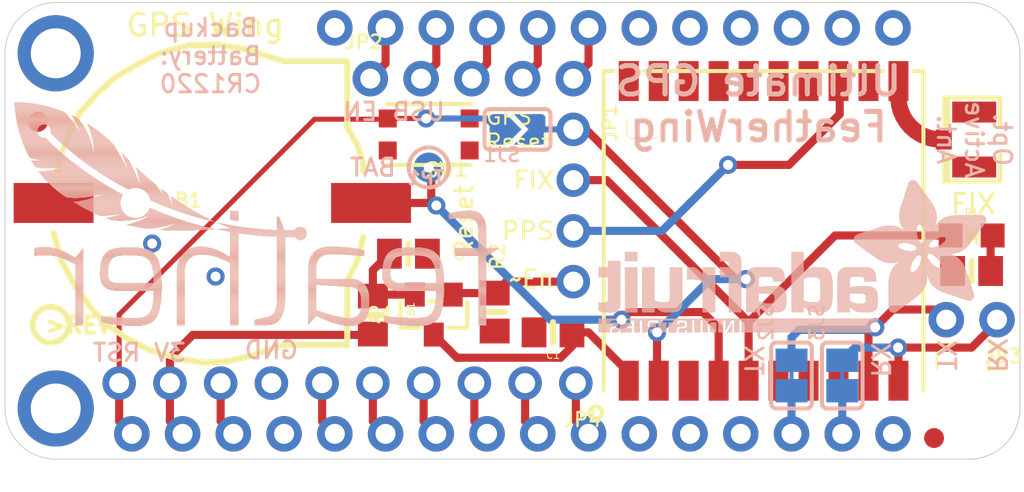
<source format=kicad_pcb>
(kicad_pcb (version 20211014) (generator pcbnew)
  (layers (0 "F.Cu" signal) (31 "B.Cu" signal) (34 "B.Paste" user) (35 "F.Paste" user) (36 "B.SilkS" user "B.Silkscreen") (37 "F.SilkS" user "F.Silkscreen") (38 "B.Mask" user) (39 "F.Mask" user) (44 "Edge.Cuts" user))
  (net 0 "")
  (net 1 "FIX")
  (net 2 "N$2")
  (net 3 "GND")
  (net 4 "3.3V")
  (net 5 "VBACKUP")
  (net 6 "TX")
  (net 7 "RX")
  (net 8 "N$4")
  (net 9 "1PPS")
  (net 10 "3V")
  (net 11 "N$1")
  (net 12 "N$3")
  (net 13 "N$5")
  (net 14 "N$6")
  (net 15 "N$7")
  (net 16 "N$8")
  (net 17 "N$9")
  (net 18 "N$10")
  (net 19 "N$11")
  (net 20 "GRESET")
  (net 21 "N$12")
  (net 22 "N$13")
  (net 23 "N$14")
  (net 24 "USB")
  (net 25 "N$15")
  (net 26 "ENABLE")
  (net 27 "N$16")
  (net 28 "N$17")
  (footprint "boardEagle:CR1220-2" (layer "F.Cu") (at 133.1341 103.6066)
    (fp_text reference "B1" (at -1.602 -0.14) (layer "F.SilkS") (effects (font (size 0.692831 0.692831) (thickness 0.119969)) (justify left)))
    (fp_text value "CR1220")
    (pad "" np_thru_hole circle (at 3.95 0) (size 1.5 1.5) (drill 1.5) (layers *.Cu *.Mask))
    (pad "" np_thru_hole circle (at -3.5 0) (size 1.5 1.5) (drill 1.5) (layers *.Cu *.Mask))
    (pad "+" smd rect (at 8.29 0) (size 4 2) (layers "F.Cu" "F.Paste" "F.Mask") (net 5 "VBACKUP"))
    (pad "-" smd rect (at -7.6 0) (size 4 2) (layers "F.Cu" "F.Paste" "F.Mask") (net 3 "GND"))
  )
  (footprint "boardEagle:1X02_ROUND" (layer "F.Cu") (at 171.4881 109.4486 180)
    (fp_text reference "JP3" (at -2.6162 -1.8288) (layer "F.SilkS") (effects (font (size 0.692831 0.692831) (thickness 0.119969)) (justify right)))
    (fp_text value "")
    (pad "1" thru_hole circle (at -1.27 0 270) (size 1.778 1.778) (drill 1) (layers *.Cu *.Mask) (net 7 "RX"))
    (pad "2" thru_hole circle (at 1.27 0 270) (size 1.778 1.778) (drill 1) (layers *.Cu *.Mask) (net 6 "TX"))
  )
  (footprint "boardEagle:FIDUCIAL_1MM" (layer "F.Cu") (at 124.7521 99.5426)
    (fp_text reference "FID1" hide)
    (fp_text value "FIDUCIAL\"\"" hide)
    (pad "1" smd roundrect (at 0 0) (size 1 1) (layers "F.Cu" "F.Mask") (roundrect_rratio 0.5))
  )
  (footprint "boardEagle:FIDUCIAL_1MM" (layer "F.Cu") (at 169.6061 115.3726)
    (fp_text reference "FID2" hide)
    (fp_text value "FIDUCIAL\"\"" hide)
    (pad "1" smd roundrect (at 0 0) (size 1 1) (layers "F.Cu" "F.Mask") (roundrect_rratio 0.5))
  )
  (footprint "boardEagle:1X04_ROUND" (layer "F.Cu") (at 151.5491 103.7336 -90)
    (fp_text reference "JP1" (at -5.1562 -1.8288 90) (layer "F.SilkS") (effects (font (size 0.692831 0.692831) (thickness 0.119969)) (justify right)))
    (fp_text value "")
    (pad "1" thru_hole circle (at -3.81 0) (size 1.6764 1.6764) (drill 1) (layers *.Cu *.Mask) (net 20 "GRESET"))
    (pad "2" thru_hole circle (at -1.27 0) (size 1.6764 1.6764) (drill 1) (layers *.Cu *.Mask) (net 1 "FIX"))
    (pad "3" thru_hole circle (at 1.27 0) (size 1.6764 1.6764) (drill 1) (layers *.Cu *.Mask) (net 9 "1PPS"))
    (pad "4" thru_hole circle (at 3.81 0) (size 1.6764 1.6764) (drill 1) (layers *.Cu *.Mask) (net 26 "ENABLE"))
  )
  (footprint "boardEagle:PCBFEAT-REV-040" (layer "F.Cu") (at 125.3871 109.7026)
    (fp_text reference "U$9" hide)
    (fp_text value "" hide)
    (fp_text user ">REV" (at -0.3556 0.508) (layer "F.SilkS") (effects (font (size 0.8128 0.8128) (thickness 0.2032)) (justify left bottom)))
  )
  (footprint "boardEagle:CHIPLED_0805_NOOUTLINE" (layer "F.Cu") (at 171.4881 105.2336 -90)
    (fp_text reference "LED1" hide)
    (fp_text value "RED")
    (pad "A" smd rect (at 0 1.05 270) (size 1.2 1.2) (layers "F.Cu" "F.Paste" "F.Mask") (net 1 "FIX"))
    (pad "C" smd rect (at 0 -1.05 270) (size 1.2 1.2) (layers "F.Cu" "F.Paste" "F.Mask") (net 2 "N$2"))
  )
  (footprint "boardEagle:0805-NO" (layer "F.Cu") (at 141.5161 109.2186 90)
    (fp_text reference "FB1" (at -0.381 1.905 90) (layer "F.SilkS") (effects (font (size 0.35308 0.35308) (thickness 0.05332)) (justify left)))
    (fp_text value "Ferrite")
    (pad "1" smd rect (at -0.95 0 90) (size 1.24 1.5) (layers "F.Cu" "F.Paste" "F.Mask") (net 10 "3V"))
    (pad "2" smd rect (at 0.95 0 90) (size 1.24 1.5) (layers "F.Cu" "F.Paste" "F.Mask") (net 4 "3.3V"))
  )
  (footprint "boardEagle:FEATHERWING" (layer "F.Cu") (at 123.1011 116.4336)
    (fp_text reference "MS1" hide)
    (fp_text value "FEATHERWING" hide)
    (fp_line (start 2.54 0) (end 48.26 0) (layer "Edge.Cuts") (width 0.05))
    (fp_line (start 48.26 -22.86) (end 2.54 -22.86) (layer "Edge.Cuts") (width 0.05))
    (fp_line (start 0 -20.32) (end 0 -2.54) (layer "Edge.Cuts") (width 0.05))
    (fp_line (start 50.8 -2.54) (end 50.8 -20.32) (layer "Edge.Cuts") (width 0.05))
    (fp_arc (start 50.8 -2.54) (mid 50.056051 -0.743949) (end 48.26 0) (layer "Edge.Cuts") (width 0.05))
    (fp_arc (start 2.54 0) (mid 0.743949 -0.743949) (end 0 -2.54) (layer "Edge.Cuts") (width 0.05))
    (fp_arc (start 0 -20.32) (mid 0.743949 -22.116051) (end 2.54 -22.86) (layer "Edge.Cuts") (width 0.05))
    (fp_arc (start 48.26 -22.86) (mid 50.056051 -22.116051) (end 50.8 -20.32) (layer "Edge.Cuts") (width 0.05))
    (pad "" np_thru_hole circle (at 48.26 -20.32) (size 2.54 2.54) (drill 2.54) (layers *.Cu *.Mask))
    (pad "" np_thru_hole circle (at 48.26 -2.54) (size 2.54 2.54) (drill 2.54) (layers *.Cu *.Mask))
    (pad "1" thru_hole circle (at 6.35 -1.27) (size 1.778 1.778) (drill 1) (layers *.Cu *.Mask) (net 21 "N$12"))
    (pad "2" thru_hole circle (at 8.89 -1.27) (size 1.778 1.778) (drill 1) (layers *.Cu *.Mask) (net 10 "3V"))
    (pad "3" thru_hole circle (at 11.43 -1.27) (size 1.778 1.778) (drill 1) (layers *.Cu *.Mask) (net 22 "N$13"))
    (pad "4" thru_hole circle (at 13.97 -1.27) (size 1.778 1.778) (drill 1) (layers *.Cu *.Mask) (net 3 "GND"))
    (pad "5" thru_hole circle (at 16.51 -1.27) (size 1.778 1.778) (drill 1) (layers *.Cu *.Mask) (net 19 "N$11"))
    (pad "6" thru_hole circle (at 19.05 -1.27) (size 1.778 1.778) (drill 1) (layers *.Cu *.Mask) (net 18 "N$10"))
    (pad "7" thru_hole circle (at 21.59 -1.27) (size 1.778 1.778) (drill 1) (layers *.Cu *.Mask) (net 17 "N$9"))
    (pad "8" thru_hole circle (at 24.13 -1.27) (size 1.778 1.778) (drill 1) (layers *.Cu *.Mask) (net 16 "N$8"))
    (pad "9" thru_hole circle (at 26.67 -1.27) (size 1.778 1.778) (drill 1) (layers *.Cu *.Mask) (net 15 "N$7"))
    (pad "10" thru_hole circle (at 29.21 -1.27) (size 1.778 1.778) (drill 1) (layers *.Cu *.Mask) (net 14 "N$6"))
    (pad "11" thru_hole circle (at 31.75 -1.27) (size 1.778 1.778) (drill 1) (layers *.Cu *.Mask))
    (pad "12" thru_hole circle (at 34.29 -1.27) (size 1.778 1.778) (drill 1) (layers *.Cu *.Mask))
    (pad "13" thru_hole circle (at 36.83 -1.27) (size 1.778 1.778) (drill 1) (layers *.Cu *.Mask))
    (pad "14" thru_hole circle (at 39.37 -1.27) (size 1.778 1.778) (drill 1) (layers *.Cu *.Mask) (net 27 "N$16"))
    (pad "15" thru_hole circle (at 41.91 -1.27) (size 1.778 1.778) (drill 1) (layers *.Cu *.Mask) (net 28 "N$17"))
    (pad "16" thru_hole circle (at 44.45 -1.27) (size 1.778 1.778) (drill 1) (layers *.Cu *.Mask))
    (pad "17" thru_hole circle (at 44.45 -21.59) (size 1.778 1.778) (drill 1) (layers *.Cu *.Mask))
    (pad "18" thru_hole circle (at 41.91 -21.59) (size 1.778 1.778) (drill 1) (layers *.Cu *.Mask))
    (pad "19" thru_hole circle (at 39.37 -21.59) (size 1.778 1.778) (drill 1) (layers *.Cu *.Mask))
    (pad "20" thru_hole circle (at 36.83 -21.59) (size 1.778 1.778) (drill 1) (layers *.Cu *.Mask))
    (pad "21" thru_hole circle (at 34.29 -21.59) (size 1.778 1.778) (drill 1) (layers *.Cu *.Mask))
    (pad "22" thru_hole circle (at 31.75 -21.59) (size 1.778 1.778) (drill 1) (layers *.Cu *.Mask))
    (pad "23" thru_hole circle (at 29.21 -21.59) (size 1.778 1.778) (drill 1) (layers *.Cu *.Mask) (net 13 "N$5"))
    (pad "24" thru_hole circle (at 26.67 -21.59) (size 1.778 1.778) (drill 1) (layers *.Cu *.Mask) (net 12 "N$3"))
    (pad "25" thru_hole circle (at 24.13 -21.59) (size 1.778 1.778) (drill 1) (layers *.Cu *.Mask) (net 11 "N$1"))
    (pad "26" thru_hole circle (at 21.59 -21.59) (size 1.778 1.778) (drill 1) (layers *.Cu *.Mask) (net 24 "USB"))
    (pad "27" thru_hole circle (at 19.05 -21.59) (size 1.778 1.778) (drill 1) (layers *.Cu *.Mask) (net 23 "N$14"))
    (pad "28" thru_hole circle (at 16.51 -21.59) (size 1.778 1.778) (drill 1) (layers *.Cu *.Mask))
    (pad "P$1" thru_hole circle (at 2.54 -20.32) (size 3.81 3.81) (drill 2.5) (layers *.Cu *.Mask))
    (pad "P$2" thru_hole circle (at 2.54 -2.54) (size 3.81 3.81) (drill 2.5) (layers *.Cu *.Mask))
  )
  (footprint "boardEagle:0805-NO" (layer "F.Cu") (at 171.4881 107.0116)
    (fp_text reference "R1" (at -0.381 -2.921) (layer "F.SilkS") (effects (font (size 0.35308 0.35308) (thickness 0.05332)) (justify left)))
    (fp_text value "470 ohm")
    (pad "1" smd rect (at -0.95 0) (size 1.24 1.5) (layers "F.Cu" "F.Paste" "F.Mask") (net 3 "GND"))
    (pad "2" smd rect (at 0.95 0) (size 1.24 1.5) (layers "F.Cu" "F.Paste" "F.Mask") (net 2 "N$2"))
  )
  (footprint "boardEagle:0805-NO" (layer "F.Cu") (at 147.6121 109.0676 90)
    (fp_text reference "R2" (at 2.032 0.127 90) (layer "F.SilkS") (effects (font (size 0.692831 0.692831) (thickness 0.119969)) (justify left)))
    (fp_text value "100K")
    (pad "1" smd rect (at -0.95 0 90) (size 1.24 1.5) (layers "F.Cu" "F.Paste" "F.Mask") (net 3 "GND"))
    (pad "2" smd rect (at 0.95 0 90) (size 1.24 1.5) (layers "F.Cu" "F.Paste" "F.Mask") (net 26 "ENABLE"))
  )
  (footprint "boardEagle:U.FL" (layer "F.Cu") (at 171.6151 100.4316 180)
    (fp_text reference "X1" hide)
    (fp_text value "uFL" hide)
    (pad "1" smd rect (at 0 -1.375 180) (size 2.2 1.05) (layers "F.Cu" "F.Paste" "F.Mask") (net 3 "GND"))
    (pad "2" smd rect (at 0 1.375 180) (size 2.2 1.05) (layers "F.Cu" "F.Paste" "F.Mask") (net 3 "GND"))
    (pad "3" smd rect (at 1.525 0 180) (size 0.8 1) (layers "F.Cu" "F.Paste" "F.Mask") (net 8 "N$4"))
  )
  (footprint "boardEagle:0805-NO" (layer "F.Cu") (at 143.2941 106.1466)
    (fp_text reference "C2" (at 2.564 0.405 90) (layer "F.SilkS") (effects (font (size 0.35308 0.35308) (thickness 0.05332)) (justify left)))
    (fp_text value "10uF")
    (pad "1" smd rect (at -0.95 0) (size 1.24 1.5) (layers "F.Cu" "F.Paste" "F.Mask") (net 4 "3.3V"))
    (pad "2" smd rect (at 0.95 0) (size 1.24 1.5) (layers "F.Cu" "F.Paste" "F.Mask") (net 3 "GND"))
  )
  (footprint "boardEagle:FGPMMOPA6H" (layer "F.Cu") (at 161.0741 105.0036 90)
    (fp_text reference "U1" (at 5.071 -7.111) (layer "F.SilkS") (effects (font (size 0.96268 0.96268) (thickness 0.05332)) (justify left)))
    (fp_text value "FGPMMOPA6H")
    (pad "" np_thru_hole circle (at 0.5 -0.85 90) (size 3 3) (drill 3) (layers *.Cu *.Mask))
    (pad "P$1" smd rect (at -7.5 -6.75 90) (size 2 1) (layers "F.Cu" "F.Paste" "F.Mask") (net 25 "N$15"))
    (pad "P$2" smd rect (at -7.5 -5.25 90) (size 2 1) (layers "F.Cu" "F.Paste" "F.Mask") (net 20 "GRESET"))
    (pad "P$3" smd rect (at -7.5 -3.75 90) (size 2 1) (layers "F.Cu" "F.Paste" "F.Mask") (net 3 "GND"))
    (pad "P$4" smd rect (at -7.5 -2.25 90) (size 2 1) (layers "F.Cu" "F.Paste" "F.Mask") (net 5 "VBACKUP"))
    (pad "P$5" smd rect (at -7.5 -0.75 90) (size 2 1) (layers "F.Cu" "F.Paste" "F.Mask") (net 1 "FIX"))
    (pad "P$6" smd rect (at -7.5 0.75 90) (size 2 1) (layers "F.Cu" "F.Paste" "F.Mask"))
    (pad "P$7" smd rect (at -7.5 2.25 90) (size 2 1) (layers "F.Cu" "F.Paste" "F.Mask"))
    (pad "P$8" smd rect (at -7.5 3.75 90) (size 2 1) (layers "F.Cu" "F.Paste" "F.Mask") (net 3 "GND"))
    (pad "P$9" smd rect (at -7.5 5.25 90) (size 2 1) (layers "F.Cu" "F.Paste" "F.Mask") (net 6 "TX"))
    (pad "P$10" smd rect (at -7.5 6.75 90) (size 2 1) (layers "F.Cu" "F.Paste" "F.Mask") (net 7 "RX"))
    (pad "P$11" smd rect (at 7.5 6.75 270) (size 2 1) (layers "F.Cu" "F.Paste" "F.Mask") (net 8 "N$4"))
    (pad "P$12" smd rect (at 7.5 5.25 270) (size 2 1) (layers "F.Cu" "F.Paste" "F.Mask") (net 3 "GND"))
    (pad "P$13" smd rect (at 7.5 3.75 270) (size 2 1) (layers "F.Cu" "F.Paste" "F.Mask") (net 9 "1PPS"))
    (pad "P$14" smd rect (at 7.5 2.25 270) (size 2 1) (layers "F.Cu" "F.Paste" "F.Mask"))
    (pad "P$15" smd rect (at 7.5 0.75 270) (size 2 1) (layers "F.Cu" "F.Paste" "F.Mask"))
    (pad "P$16" smd rect (at 7.5 -0.75 270) (size 2 1) (layers "F.Cu" "F.Paste" "F.Mask"))
    (pad "P$17" smd rect (at 7.5 -2.25 270) (size 2 1) (layers "F.Cu" "F.Paste" "F.Mask"))
    (pad "P$18" smd rect (at 7.5 -3.75 270) (size 2 1) (layers "F.Cu" "F.Paste" "F.Mask"))
    (pad "P$19" smd rect (at 7.5 -5.25 270) (size 2 1) (layers "F.Cu" "F.Paste" "F.Mask") (net 3 "GND"))
    (pad "P$20" smd rect (at 7.5 -6.75 270) (size 2 1) (layers "F.Cu" "F.Paste" "F.Mask"))
  )
  (footprint "boardEagle:1X05_ROUND_70" (layer "F.Cu") (at 146.4691 97.3836)
    (fp_text reference "JP2" (at -6.4262 -1.8288) (layer "F.SilkS") (effects (font (size 0.692831 0.692831) (thickness 0.119969)) (justify left)))
    (fp_text value "")
    (pad "1" thru_hole circle (at -5.08 0 90) (size 1.778 1.778) (drill 1) (layers *.Cu *.Mask) (net 23 "N$14"))
    (pad "2" thru_hole circle (at -2.54 0 90) (size 1.778 1.778) (drill 1) (layers *.Cu *.Mask) (net 24 "USB"))
    (pad "3" thru_hole circle (at 0 0 90) (size 1.778 1.778) (drill 1) (layers *.Cu *.Mask) (net 11 "N$1"))
    (pad "4" thru_hole circle (at 2.54 0 90) (size 1.778 1.778) (drill 1) (layers *.Cu *.Mask) (net 12 "N$3"))
    (pad "5" thru_hole circle (at 5.08 0 90) (size 1.778 1.778) (drill 1) (layers *.Cu *.Mask) (net 13 "N$5"))
  )
  (footprint "boardEagle:BTN_KMR2_4.6X2.8" (layer "F.Cu") (at 144.3101 100.1776 180)
    (fp_text reference "SW1" (at -2.032 -1.778) (layer "F.SilkS") (effects (font (size 0.692831 0.692831) (thickness 0.119969)) (justify right)))
    (fp_text value "KMR2")
    (pad "A" smd rect (at 2.05 -0.8 180) (size 0.9 0.9) (layers "F.Cu" "F.Paste" "F.Mask") (net 3 "GND"))
    (pad "A'" smd rect (at -2.05 -0.8 180) (size 0.9 0.9) (layers "F.Cu" "F.Paste" "F.Mask") (net 3 "GND"))
    (pad "B" smd rect (at 2.05 0.8 180) (size 0.9 0.9) (layers "F.Cu" "F.Paste" "F.Mask") (net 21 "N$12"))
    (pad "B'" smd rect (at -2.05 0.8 180) (size 0.9 0.9) (layers "F.Cu" "F.Paste" "F.Mask") (net 21 "N$12"))
  )
  (footprint "boardEagle:1X10_ROUND" (layer "F.Cu") (at 140.2461 112.6236 180)
    (fp_text reference "JP4" (at -12.7762 -1.8288) (layer "F.SilkS") (effects (font (size 0.692831 0.692831) (thickness 0.119969)) (justify right)))
    (fp_text value "")
    (pad "1" thru_hole circle (at -11.43 0 270) (size 1.6764 1.6764) (drill 1) (layers *.Cu *.Mask) (net 14 "N$6"))
    (pad "2" thru_hole circle (at -8.89 0 270) (size 1.6764 1.6764) (drill 1) (layers *.Cu *.Mask) (net 15 "N$7"))
    (pad "3" thru_hole circle (at -6.35 0 270) (size 1.6764 1.6764) (drill 1) (layers *.Cu *.Mask) (net 16 "N$8"))
    (pad "4" thru_hole circle (at -3.81 0 270) (size 1.6764 1.6764) (drill 1) (layers *.Cu *.Mask) (net 17 "N$9"))
    (pad "5" thru_hole circle (at -1.27 0 270) (size 1.6764 1.6764) (drill 1) (layers *.Cu *.Mask) (net 18 "N$10"))
    (pad "6" thru_hole circle (at 1.27 0 270) (size 1.6764 1.6764) (drill 1) (layers *.Cu *.Mask) (net 19 "N$11"))
    (pad "7" thru_hole circle (at 3.81 0 270) (size 1.6764 1.6764) (drill 1) (layers *.Cu *.Mask) (net 3 "GND"))
    (pad "8" thru_hole circle (at 6.35 0 270) (size 1.6764 1.6764) (drill 1) (layers *.Cu *.Mask) (net 22 "N$13"))
    (pad "9" thru_hole circle (at 8.89 0 270) (size 1.6764 1.6764) (drill 1) (layers *.Cu *.Mask) (net 10 "3V"))
    (pad "10" thru_hole circle (at 11.43 0 270) (size 1.6764 1.6764) (drill 1) (layers *.Cu *.Mask) (net 21 "N$12"))
  )
  (footprint "boardEagle:0805-NO" (layer "F.Cu") (at 150.5331 110.0836 180)
    (fp_text reference "C1" (at -0.381 -1.143) (layer "F.SilkS") (effects (font (size 0.35308 0.35308) (thickness 0.05332)) (justify right)))
    (fp_text value "0.1uF")
    (pad "1" smd rect (at -0.95 0 180) (size 1.24 1.5) (layers "F.Cu" "F.Paste" "F.Mask") (net 25 "N$15"))
    (pad "2" smd rect (at 0.95 0 180) (size 1.24 1.5) (layers "F.Cu" "F.Paste" "F.Mask") (net 3 "GND"))
  )
  (footprint "boardEagle:SOT23-WIDE" (layer "F.Cu") (at 144.5641 109.1946 180)
    (fp_text reference "Q1" (at 1.905 0) (layer "F.SilkS") (effects (font (size 0.692831 0.692831) (thickness 0.119969)) (justify right)))
    (fp_text value "DMG3415U-7 ")
    (pad "1" smd rect (at -0.95 1 180) (size 1 1.2) (layers "F.Cu" "F.Paste" "F.Mask") (net 26 "ENABLE"))
    (pad "2" smd rect (at 0.95 1 180) (size 1 1.2) (layers "F.Cu" "F.Paste" "F.Mask") (net 4 "3.3V"))
    (pad "3" smd rect (at 0 -1 180) (size 1 1.2) (layers "F.Cu" "F.Paste" "F.Mask") (net 25 "N$15"))
  )
  (footprint "boardEagle:TESTPOINT_ROUND_1.5MM" (layer "B.Cu") (at 144.3101 101.8286 180)
    (fp_text reference "TP1" (at 1.143 -0.127) (layer "B.SilkS") (effects (font (size 0.666496 0.666496) (thickness 0.146304)) (justify right top mirror)))
    (fp_text value "")
    (pad "P$1" smd roundrect (at 0 0 180) (size 1.5 1.5) (layers "B.Cu" "B.Mask") (roundrect_rratio 0.5) (net 5 "VBACKUP"))
  )
  (footprint "boardEagle:FEATHERLOGO" (layer "B.Cu") (at 147.8661 109.8296 180)
    (fp_text reference "U$10" hide)
    (fp_text value "" hide)
  )
  (footprint "boardEagle:SOLDERJUMPER_ARROW_NOPASTE" (layer "B.Cu") (at 148.7551 99.9236)
    (fp_text reference "SJ1" (at -1.778 1.27) (layer "B.SilkS") (effects (font (size 0.692831 0.692831) (thickness 0.119969)) (justify right mirror)))
    (fp_text value "")
    (fp_poly (pts (xy 1.1684 -0.762) (xy -0.186831 -0.762) (xy 0.548892 0) (xy -0.186831 0.762) (xy 1.1684 0.762)) (layer "B.Cu") (width 0) (fill solid))
    (fp_poly (pts (xy 0.201021 0) (xy -0.560979 -0.762) (xy -1.1684 -0.762) (xy -1.1684 0.762) (xy -0.560979 0.762)) (layer "B.Cu") (width 0) (fill solid))
    (pad "1" smd roundrect (at -1.016 0) (size 0.762 1.524) (layers "B.Cu") (net 21 "N$12"))
    (pad "2" smd roundrect (at 1.016 0) (size 0.762 1.524) (layers "B.Cu") (net 20 "GRESET"))
  )
  (footprint "boardEagle:SOLDERJUMPER_CLOSEDWIRE" (layer "B.Cu") (at 162.4711 112.2426 -90)
    (fp_text reference "SJ2" (at -1.651 1.27 -270) (layer "B.SilkS") (effects (font (size 0.692831 0.692831) (thickness 0.119969)) (justify right mirror)))
    (fp_text value "")
    (pad "1" smd rect (at -0.762 0 270) (size 1.1684 1.6002) (layers "B.Cu" "B.Mask") (net 6 "TX"))
    (pad "2" smd rect (at 0.762 0 270) (size 1.1684 1.6002) (layers "B.Cu" "B.Mask") (net 27 "N$16"))
    (pad "WIRE" smd rect (at 0 0 270) (size 0.635 0.2032) (layers "B.Cu" "B.Mask"))
  )
  (footprint "boardEagle:SOLDERJUMPER_CLOSEDWIRE" (layer "B.Cu") (at 165.0111 112.2426 -90)
    (fp_text reference "SJ3" (at -1.651 1.27 -270) (layer "B.SilkS") (effects (font (size 0.692831 0.692831) (thickness 0.119969)) (justify right mirror)))
    (fp_text value "")
    (pad "1" smd rect (at -0.762 0 270) (size 1.1684 1.6002) (layers "B.Cu" "B.Mask") (net 7 "RX"))
    (pad "2" smd rect (at 0.762 0 270) (size 1.1684 1.6002) (layers "B.Cu" "B.Mask") (net 28 "N$17"))
    (pad "WIRE" smd rect (at 0 0 270) (size 0.635 0.2032) (layers "B.Cu" "B.Mask"))
  )
  (footprint "boardEagle:ADAFRUIT_TEXT_20MM" (layer "B.Cu") (at 172.3771 110.0836 180)
    (fp_text reference "U$11" hide)
    (fp_text value "" hide)
  )
  (gr_line (start 173.9011 96.1136) (end 173.9011 113.8936) (layer "Edge.Cuts") (width 0.05))
  (gr_arc (start 173.9011 113.8936) (mid 173.157151 115.689651) (end 171.3611 116.4336) (layer "Edge.Cuts") (width 0.05))
  (gr_arc (start 171.3611 93.5736) (mid 173.157151 94.317549) (end 173.9011 96.1136) (layer "Edge.Cuts") (width 0.05))
  (gr_text "3V" (at 131.3561 111.0996) (layer "B.SilkS") (effects (font (size 0.87376 0.87376) (thickness 0.14224)) (justify mirror)))
  (gr_text "GND" (at 136.4361 110.9726) (layer "B.SilkS") (effects (font (size 0.87376 0.87376) (thickness 0.14224)) (justify mirror)))
  (gr_text "Ultimate GPS\nFeatherWing" (at 160.8201 98.6536) (layer "B.SilkS") (effects (font (size 1.42494 1.42494) (thickness 0.25146)) (justify mirror)))
  (gr_text "RST" (at 128.6891 111.0996) (layer "B.SilkS") (effects (font (size 0.87376 0.87376) (thickness 0.14224)) (justify mirror)))
  (gr_text "RX" (at 166.9161 111.4806 -90) (layer "B.SilkS") (effects (font (size 0.87376 0.87376) (thickness 0.14224)) (justify mirror)))
  (gr_text "TX" (at 160.5661 111.4806 -90) (layer "B.SilkS") (effects (font (size 0.87376 0.87376) (thickness 0.14224)) (justify mirror)))
  (gr_text "BAT" (at 141.5161 101.8286) (layer "B.SilkS") (effects (font (size 0.87376 0.87376) (thickness 0.14224)) (justify mirror)))
  (gr_text "USB" (at 143.8021 99.0346) (layer "B.SilkS") (effects (font (size 0.87376 0.87376) (thickness 0.14224)) (justify mirror)))
  (gr_text "TX" (at 170.2181 111.2266 -90) (layer "B.SilkS") (effects (font (size 0.87376 0.87376) (thickness 0.14224)) (justify mirror)))
  (gr_text "Opt.\nActive\nAnt." (at 171.6151 100.4316 -90) (layer "B.SilkS") (effects (font (size 0.87376 0.87376) (thickness 0.14224)) (justify mirror)))
  (gr_text "RX" (at 172.7581 111.2266 -90) (layer "B.SilkS") (effects (font (size 0.87376 0.87376) (thickness 0.14224)) (justify mirror)))
  (gr_text "Backup\nBattery:\nCR1220" (at 133.3881 96.2406) (layer "B.SilkS") (effects (font (size 0.87376 0.87376) (thickness 0.14224)) (justify mirror)))
  (gr_text "EN" (at 140.8811 99.0346) (layer "B.SilkS") (effects (font (size 0.87376 0.87376) (thickness 0.14224)) (justify mirror)))
  (gr_text "PPS" (at 150.6601 104.4956) (layer "F.SilkS") (effects (font (size 0.88392 0.88392) (thickness 0.13208)) (justify right top)))
  (gr_text "RX" (at 172.2501 110.3376 90) (layer "F.SilkS") (effects (font (size 0.89408 0.89408) (thickness 0.12192)) (justify right top)))
  (gr_text "TX" (at 169.7101 110.3376 90) (layer "F.SilkS") (effects (font (size 0.89408 0.89408) (thickness 0.12192)) (justify right top)))
  (gr_text "~En" (at 150.6601 106.9086) (layer "F.SilkS") (effects (font (size 0.88392 0.88392) (thickness 0.13208)) (justify right top)))
  (gr_text "GPS\nReset" (at 147.1041 99.9236) (layer "F.SilkS") (effects (font (size 0.78232 0.78232) (thickness 0.10668)) (justify left)))
  (gr_text "GPS Wing" (at 129.0701 95.3516) (layer "F.SilkS") (effects (font (size 1.1049 1.1049) (thickness 0.1651)) (justify left bottom)))
  (gr_text "FIX" (at 150.6601 101.9556) (layer "F.SilkS") (effects (font (size 0.88392 0.88392) (thickness 0.13208)) (justify right top)))
  (gr_text "Reset" (at 146.5961 106.4006 90) (layer "F.SilkS") (effects (font (size 0.88392 0.88392) (thickness 0.13208)) (justify left bottom)))
  (gr_text "FIX" (at 170.3451 104.2416) (layer "F.SilkS") (effects (font (size 0.98298 0.98298) (thickness 0.16002)) (justify left bottom)))
  (segment (start 164.6541 105.2336) (end 170.4381 105.2336) (width 0.4064) (layer "F.Cu") (net 1))
  (segment (start 160.3241 109.5636) (end 153.2241 102.4636) (width 0.4064) (layer "F.Cu") (net 1))
  (segment (start 160.3241 112.5036) (end 160.3241 109.5636) (width 0.4064) (layer "F.Cu") (net 1))
  (segment (start 160.3241 109.5636) (end 164.6541 105.2336) (width 0.4064) (layer "F.Cu") (net 1))
  (segment (start 153.2241 102.4636) (end 151.5491 102.4636) (width 0.4064) (layer "F.Cu") (net 1))
  (segment (start 172.4381 105.7146) (end 172.4381 107.0116) (width 0.4064) (layer "F.Cu") (net 2))
  (segment (start 172.5381 105.2336) (end 172.4381 105.7146) (width 0.4064) (layer "F.Cu") (net 2))
  (via (at 133.6421 107.2896) (size 0.9064) (drill 0.5) (layers "F.Cu" "B.Cu") (net 3))
  (via (at 130.4671 105.6386) (size 0.9064) (drill 0.5) (layers "F.Cu" "B.Cu") (net 3))
  (segment (start 141.5161 108.2686) (end 141.5901 108.1946) (width 0.4064) (layer "F.Cu") (net 4))
  (segment (start 142.3441 106.1466) (end 141.5161 106.9746) (width 0.4064) (layer "F.Cu") (net 4))
  (segment (start 141.5901 108.1946) (end 143.6141 108.1946) (width 0.4064) (layer "F.Cu") (net 4))
  (segment (start 141.5161 106.9746) (end 141.5161 108.2686) (width 0.4064) (layer "F.Cu") (net 4))
  (segment (start 144.4371 103.6066) (end 144.4371 101.9556) (width 0.4064) (layer "F.Cu") (net 5))
  (segment (start 144.5641 103.6066) (end 144.6911 103.7336) (width 0.4064) (layer "F.Cu") (net 5))
  (segment (start 158.0261 109.0676) (end 158.8241 109.8656) (width 0.4064) (layer "F.Cu") (net 5))
  (segment (start 153.9621 109.4486) (end 154.3431 109.0676) (width 0.4064) (layer "F.Cu") (net 5))
  (segment (start 144.4371 101.9556) (end 144.3101 101.8286) (width 0.4064) (layer "F.Cu") (net 5))
  (segment (start 144.4371 103.6066) (end 144.5641 103.6066) (width 0.4064) (layer "F.Cu") (net 5))
  (segment (start 141.4241 103.6066) (end 144.4371 103.6066) (width 0.4064) (layer "F.Cu") (net 5))
  (segment (start 158.8241 109.8656) (end 158.8241 112.5036) (width 0.4064) (layer "F.Cu") (net 5))
  (segment (start 154.3431 109.0676) (end 158.0261 109.0676) (width 0.4064) (layer "F.Cu") (net 5))
  (via (at 144.3101 101.8286) (size 0.9064) (drill 0.5) (layers "F.Cu" "B.Cu") (net 5))
  (via (at 144.6911 103.7336) (size 0.9064) (drill 0.5) (layers "F.Cu" "B.Cu") (net 5))
  (via (at 153.9621 109.4486) (size 0.9064) (drill 0.5) (layers "F.Cu" "B.Cu") (net 5))
  (segment (start 144.6911 103.7336) (end 150.4061 109.4486) (width 0.4064) (layer "B.Cu") (net 5))
  (segment (start 150.4061 109.4486) (end 153.9621 109.4486) (width 0.4064) (layer "B.Cu") (net 5))
  (segment (start 166.6621 109.8296) (end 166.3241 110.1676) (width 0.4064) (layer "F.Cu") (net 6))
  (segment (start 167.5511 108.9406) (end 166.7256 109.7661) (width 0.4064) (layer "F.Cu") (net 6))
  (segment (start 169.7101 108.9406) (end 167.5511 108.9406) (width 0.4064) (layer "F.Cu") (net 6))
  (segment (start 166.6621 109.8296) (end 166.7256 109.7661) (width 0.4064) (layer "F.Cu") (net 6))
  (segment (start 170.2181 109.4486) (end 169.7101 108.9406) (width 0.4064) (layer "F.Cu") (net 6))
  (segment (start 166.3241 110.1676) (end 166.3241 112.5036) (width 0.4064) (layer "F.Cu") (net 6))
  (via (at 166.6621 109.8296) (size 0.9064) (drill 0.5) (layers "F.Cu" "B.Cu") (net 6))
  (segment (start 166.5351 109.9566) (end 166.6621 109.8296) (width 0.4064) (layer "B.Cu") (net 6))
  (segment (start 162.4711 110.3376) (end 162.8521 109.9566) (width 0.4064) (layer "B.Cu") (net 6))
  (segment (start 162.8521 109.9566) (end 166.5351 109.9566) (width 0.4064) (layer "B.Cu") (net 6))
  (segment (start 162.4711 111.4806) (end 162.4711 110.3376) (width 0.4064) (layer "B.Cu") (net 6))
  (segment (start 172.7581 109.5756) (end 171.4881 110.8456) (width 0.4064) (layer "F.Cu") (net 7))
  (segment (start 171.4881 110.8456) (end 167.8051 110.8456) (width 0.4064) (layer "F.Cu") (net 7))
  (segment (start 167.8051 110.8456) (end 167.8241 111.3346) (width 0.4064) (layer "F.Cu") (net 7))
  (segment (start 172.7581 109.5756) (end 172.7581 109.4486) (width 0.4064) (layer "F.Cu") (net 7))
  (segment (start 167.8241 111.3346) (end 167.8241 112.5036) (width 0.4064) (layer "F.Cu") (net 7))
  (via (at 167.8051 110.8456) (size 0.9064) (drill 0.5) (layers "F.Cu" "B.Cu") (net 7))
  (segment (start 165.6461 110.8456) (end 167.8051 110.8456) (width 0.4064) (layer "B.Cu") (net 7))
  (segment (start 165.0111 111.4806) (end 165.6461 110.8456) (width 0.4064) (layer "B.Cu") (net 7))
  (segment (start 169.190051 100.291061) (end 169.48233 100.380736) (width 0.8128) (layer "F.Cu") (net 8))
  (segment (start 167.863946 98.722719) (end 167.946525 99.017082) (width 0.8128) (layer "F.Cu") (net 8))
  (segment (start 167.8241 97.5036) (end 167.8241 98.4196) (width 0.8128) (layer "F.Cu") (net 8))
  (segment (start 168.23232 99.55587) (end 168.429719 99.789327) (width 0.8128) (layer "F.Cu") (net 8))
  (segment (start 169.48233 100.380736) (end 169.784396 100.427902) (width 0.8128) (layer "F.Cu") (net 8))
  (segment (start 168.913508 100.160703) (end 169.190051 100.291061) (width 0.8128) (layer "F.Cu") (net 8))
  (segment (start 168.070155 99.296696) (end 168.23232 99.55587) (width 0.8128) (layer "F.Cu") (net 8))
  (segment (start 168.429719 99.789327) (end 168.658333 99.992316) (width 0.8128) (layer "F.Cu") (net 8))
  (segment (start 168.658333 99.992316) (end 168.913508 100.160703) (width 0.8128) (layer "F.Cu") (net 8))
  (segment (start 167.8241 98.4196) (end 167.863946 98.722719) (width 0.8128) (layer "F.Cu") (net 8))
  (segment (start 167.8241 98.4196) (end 167.8241 98.4196) (width 0.8128) (layer "F.Cu") (net 8))
  (segment (start 167.946525 99.017082) (end 168.070155 99.296696) (width 0.8128) (layer "F.Cu") (net 8))
  (segment (start 169.784396 100.427902) (end 170.0901 100.4316) (width 0.8128) (layer "F.Cu") (net 8))
  (segment (start 164.8841 99.1616) (end 164.8841 97.5636) (width 0.4064) (layer "F.Cu") (net 9))
  (segment (start 162.3441 101.7016) (end 164.8841 99.1616) (width 0.4064) (layer "F.Cu") (net 9))
  (segment (start 159.2961 101.7016) (end 162.3441 101.7016) (width 0.4064) (layer "F.Cu") (net 9))
  (segment (start 164.8841 97.5636) (end 164.8241 97.5036) (width 0.4064) (layer "F.Cu") (net 9))
  (via (at 159.2961 101.7016) (size 0.9064) (drill 0.5) (layers "F.Cu" "B.Cu") (net 9))
  (segment (start 155.9941 105.0036) (end 159.2961 101.7016) (width 0.4064) (layer "B.Cu") (net 9))
  (segment (start 151.5491 105.0036) (end 155.9941 105.0036) (width 0.4064) (layer "B.Cu") (net 9))
  (segment (start 132.4991 110.2106) (end 141.4741 110.2106) (width 0.4064) (layer "F.Cu") (net 10))
  (segment (start 131.3561 112.6236) (end 131.3561 114.5286) (width 0.4064) (layer "F.Cu") (net 10))
  (segment (start 131.3561 111.3536) (end 132.4991 110.2106) (width 0.4064) (layer "F.Cu") (net 10))
  (segment (start 141.4741 110.2106) (end 141.5161 110.1686) (width 0.4064) (layer "F.Cu") (net 10))
  (segment (start 131.3561 112.6236) (end 131.3561 111.3536) (width 0.4064) (layer "F.Cu") (net 10))
  (segment (start 131.3561 114.5286) (end 131.9911 115.1636) (width 0.4064) (layer "F.Cu") (net 10))
  (segment (start 147.2311 96.6216) (end 146.4691 97.3836) (width 0.4064) (layer "F.Cu") (net 11))
  (segment (start 147.2311 94.8436) (end 147.2311 96.6216) (width 0.4064) (layer "F.Cu") (net 11))
  (segment (start 149.7711 94.8436) (end 149.7711 96.6216) (width 0.4064) (layer "F.Cu") (net 12))
  (segment (start 149.7711 96.6216) (end 149.0091 97.3836) (width 0.4064) (layer "F.Cu") (net 12))
  (segment (start 152.3111 96.6216) (end 151.5491 97.3836) (width 0.4064) (layer "F.Cu") (net 13))
  (segment (start 152.3111 94.8436) (end 152.3111 96.6216) (width 0.4064) (layer "F.Cu") (net 13))
  (segment (start 151.6761 114.5286) (end 152.3111 115.1636) (width 0.4064) (layer "F.Cu") (net 14))
  (segment (start 151.6761 112.6236) (end 151.6761 114.5286) (width 0.4064) (layer "F.Cu") (net 14))
  (segment (start 149.1361 112.6236) (end 149.1361 114.5286) (width 0.4064) (layer "F.Cu") (net 15))
  (segment (start 149.1361 114.5286) (end 149.7711 115.1636) (width 0.4064) (layer "F.Cu") (net 15))
  (segment (start 146.5961 114.5286) (end 147.2311 115.1636) (width 0.4064) (layer "F.Cu") (net 16))
  (segment (start 146.5961 112.6236) (end 146.5961 114.5286) (width 0.4064) (layer "F.Cu") (net 16))
  (segment (start 144.0561 114.5286) (end 144.6911 115.1636) (width 0.4064) (layer "F.Cu") (net 17))
  (segment (start 144.0561 112.6236) (end 144.0561 114.5286) (width 0.4064) (layer "F.Cu") (net 17))
  (segment (start 141.5161 114.5286) (end 142.1511 115.1636) (width 0.4064) (layer "F.Cu") (net 18))
  (segment (start 141.5161 112.6236) (end 141.5161 114.5286) (width 0.4064) (layer "F.Cu") (net 18))
  (segment (start 138.9761 112.6236) (end 138.9761 114.5286) (width 0.4064) (layer "F.Cu") (net 19))
  (segment (start 138.9761 114.5286) (end 139.6111 115.1636) (width 0.4064) (layer "F.Cu") (net 19))
  (segment (start 155.7401 112.4196) (end 155.8241 112.5036) (width 0.4064) (layer "F.Cu") (net 20))
  (segment (start 159.6771 107.4166) (end 160.1851 107.4166) (width 0.4064) (layer "F.Cu") (net 20))
  (segment (start 152.1841 99.9236) (end 159.6771 107.4166) (width 0.4064) (layer "F.Cu") (net 20))
  (segment (start 151.5491 99.9236) (end 152.1841 99.9236) (width 0.4064) (layer "F.Cu") (net 20))
  (segment (start 155.7401 110.0836) (end 155.7401 112.4196) (width 0.4064) (layer "F.Cu") (net 20))
  (via (at 160.1851 107.4166) (size 0.9064) (drill 0.5) (layers "F.Cu" "B.Cu") (net 20))
  (via (at 155.7401 110.0836) (size 0.9064) (drill 0.5) (layers "F.Cu" "B.Cu") (net 20))
  (segment (start 160.1851 107.4166) (end 158.4071 107.4166) (width 0.4064) (layer "B.Cu") (net 20))
  (segment (start 151.5491 99.9236) (end 149.7711 99.9236) (width 0.3048) (layer "B.Cu") (net 20))
  (segment (start 158.4071 107.4166) (end 155.7401 110.0836) (width 0.4064) (layer "B.Cu") (net 20))
  (segment (start 146.3601 99.3776) (end 144.1831 99.3776) (width 0.254) (layer "F.Cu") (net 21))
  (segment (start 128.8161 112.6236) (end 128.8161 109.1946) (width 0.254) (layer "F.Cu") (net 21))
  (segment (start 142.2221 99.4156) (end 142.2601 99.3776) (width 0.254) (layer "F.Cu") (net 21))
  (segment (start 128.8161 112.6236) (end 128.8161 114.5286) (width 0.4064) (layer "F.Cu") (net 21))
  (segment (start 144.1831 99.3776) (end 144.0561 99.3776) (width 0.3048) (layer "F.Cu") (net 21))
  (segment (start 144.0561 99.3776) (end 142.2601 99.3776) (width 0.254) (layer "F.Cu") (net 21))
  (segment (start 128.8161 114.5286) (end 129.4511 115.1636) (width 0.4064) (layer "F.Cu") (net 21))
  (segment (start 138.5951 99.4156) (end 142.2221 99.4156) (width 0.254) (layer "F.Cu") (net 21))
  (segment (start 128.8161 109.1946) (end 138.5951 99.4156) (width 0.254) (layer "F.Cu") (net 21))
  (via (at 144.1831 99.3776) (size 0.9064) (drill 0.5) (layers "F.Cu" "B.Cu") (net 21))
  (segment (start 147.7391 99.9236) (end 147.1931 99.3776) (width 0.3048) (layer "B.Cu") (net 21))
  (segment (start 147.1931 99.3776) (end 144.1831 99.3776) (width 0.3048) (layer "B.Cu") (net 21))
  (segment (start 133.8961 114.5286) (end 134.5311 115.1636) (width 0.4064) (layer "F.Cu") (net 22))
  (segment (start 133.8961 112.6236) (end 133.8961 114.5286) (width 0.4064) (layer "F.Cu") (net 22))
  (segment (start 142.1511 96.6216) (end 141.3891 97.3836) (width 0.4064) (layer "F.Cu") (net 23))
  (segment (start 142.1511 94.8436) (end 142.1511 96.6216) (width 0.4064) (layer "F.Cu") (net 23))
  (segment (start 144.6911 94.8436) (end 144.6911 96.6216) (width 0.4064) (layer "F.Cu") (net 24))
  (segment (start 144.6911 96.6216) (end 143.9291 97.3836) (width 0.4064) (layer "F.Cu") (net 24))
  (segment (start 152.3111 110.0836) (end 151.4831 110.0836) (width 0.4064) (layer "F.Cu") (net 25))
  (segment (start 150.9141 111.3536) (end 151.4831 110.7846) (width 0.4064) (layer "F.Cu") (net 25))
  (segment (start 151.4831 110.7846) (end 151.4831 110.0836) (width 0.4064) (layer "F.Cu") (net 25))
  (segment (start 144.5641 110.1946) (end 145.7231 111.3536) (width 0.4064) (layer "F.Cu") (net 25))
  (segment (start 154.2161 111.9886) (end 152.3111 110.0836) (width 0.4064) (layer "F.Cu") (net 25))
  (segment (start 154.2161 112.3956) (end 154.3241 112.5036) (width 0.4064) (layer "F.Cu") (net 25))
  (segment (start 145.7231 111.3536) (end 150.9141 111.3536) (width 0.4064) (layer "F.Cu") (net 25))
  (segment (start 154.2161 111.9886) (end 154.2161 112.3956) (width 0.4064) (layer "F.Cu") (net 25))
  (segment (start 145.5141 108.1946) (end 145.5911 108.1176) (width 0.4064) (layer "F.Cu") (net 26))
  (segment (start 147.6121 108.1176) (end 148.1861 107.5436) (width 0.4064) (layer "F.Cu") (net 26))
  (segment (start 145.5911 108.1176) (end 147.6121 108.1176) (width 0.4064) (layer "F.Cu") (net 26))
  (segment (start 148.1861 107.5436) (end 151.5491 107.5436) (width 0.4064) (layer "F.Cu") (net 26))
  (segment (start 162.4711 113.0046) (end 162.4711 115.1636) (width 0.4064) (layer "B.Cu") (net 27))
  (segment (start 165.0111 113.0046) (end 165.0111 115.1636) (width 0.4064) (layer "B.Cu") (net 28))
)
</source>
